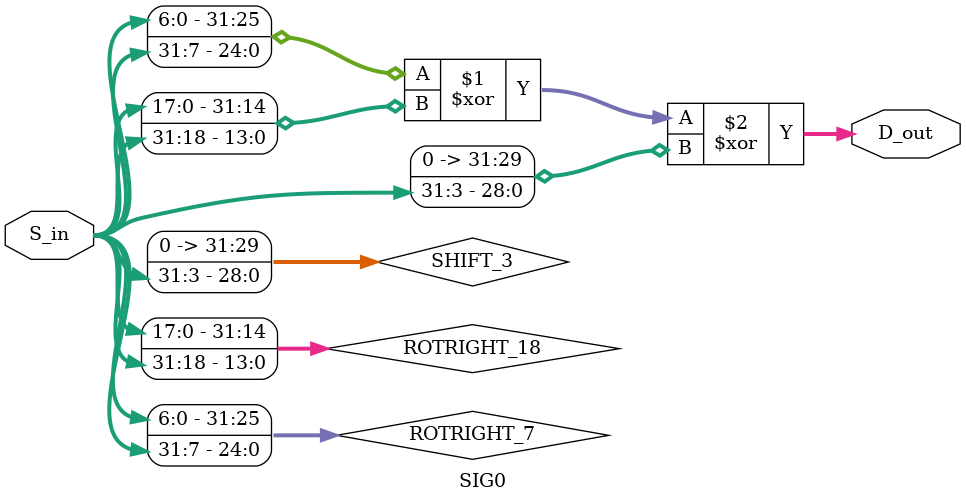
<source format=v>
module SIG0(
	input wire [31:0] 	S_in,
	output wire [31:0] 	D_out
	);
	
	wire [31:0]			ROTRIGHT_7;
	wire [31:0]			ROTRIGHT_18;
	wire [31:0]			SHIFT_3;
	
	assign ROTRIGHT_7	= {S_in[6:0],S_in[31:7]};
	
	assign ROTRIGHT_18	= {S_in[17:0],S_in[31:18]};
	
	assign SHIFT_3		= {3'b000,S_in[31:3]};
 	
	assign D_out = ROTRIGHT_7 ^ ROTRIGHT_18 ^ SHIFT_3; 
	
endmodule

</source>
